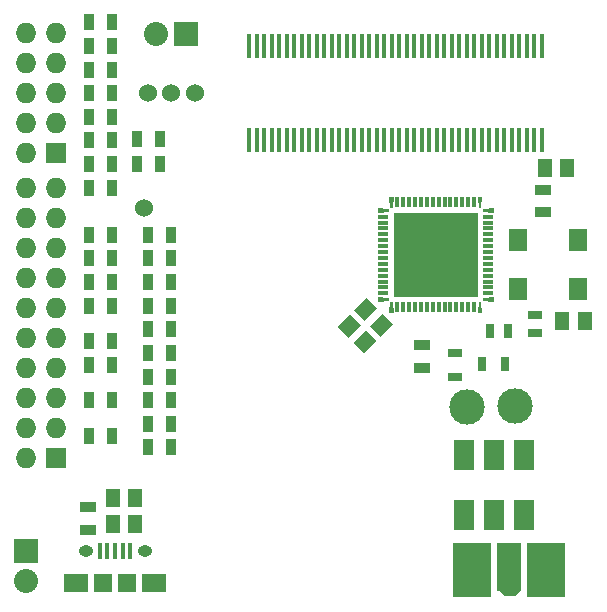
<source format=gts>
%FSLAX34Y34*%
G04 Gerber Fmt 3.4, Leading zero omitted, Abs format*
G04 (created by PCBNEW (2014-06-12 BZR 4942)-product) date Mon 23 Jun 2014 09:03:34 AM PDT*
%MOIN*%
G01*
G70*
G90*
G04 APERTURE LIST*
%ADD10C,0.003937*%
%ADD11R,0.068000X0.068000*%
%ADD12O,0.068000X0.068000*%
%ADD13R,0.065000X0.100000*%
%ADD14R,0.012000X0.036000*%
%ADD15R,0.036000X0.012000*%
%ADD16R,0.285000X0.285000*%
%ADD17R,0.047200X0.031500*%
%ADD18R,0.051200X0.059000*%
%ADD19R,0.015748X0.078740*%
%ADD20R,0.015748X0.053150*%
%ADD21O,0.049213X0.037402*%
%ADD22R,0.059055X0.061024*%
%ADD23R,0.035000X0.055000*%
%ADD24R,0.055000X0.035000*%
%ADD25R,0.130000X0.180000*%
%ADD26R,0.078700X0.160300*%
%ADD27R,0.080000X0.080000*%
%ADD28O,0.080000X0.080000*%
%ADD29C,0.060000*%
%ADD30R,0.031500X0.047200*%
%ADD31R,0.061024X0.076772*%
%ADD32C,0.118100*%
%ADD33R,0.025000X0.045000*%
%ADD34R,0.045000X0.025000*%
G04 APERTURE END LIST*
G54D10*
G54D11*
X50893Y-28712D03*
G54D12*
X49893Y-28712D03*
X50893Y-27712D03*
X49893Y-27712D03*
X50893Y-26712D03*
X49893Y-26712D03*
X50893Y-25712D03*
X49893Y-25712D03*
X50893Y-24712D03*
X49893Y-24712D03*
X50893Y-23712D03*
X49893Y-23712D03*
X50893Y-22712D03*
X49893Y-22712D03*
X50893Y-21712D03*
X49893Y-21712D03*
X50893Y-20712D03*
X49893Y-20712D03*
X50893Y-19712D03*
X49893Y-19712D03*
G54D13*
X64488Y-30602D03*
X65488Y-30602D03*
X66488Y-30602D03*
X66488Y-28602D03*
X65488Y-28602D03*
X64488Y-28602D03*
G54D10*
G36*
X65099Y-19999D02*
X65067Y-20359D01*
X64979Y-20359D01*
X64947Y-19999D01*
X65099Y-19999D01*
X65099Y-19999D01*
G37*
G54D14*
X64823Y-20179D03*
X64623Y-20179D03*
X64433Y-20179D03*
X64233Y-20179D03*
X64033Y-20179D03*
X63843Y-20179D03*
X63643Y-20179D03*
X63443Y-20179D03*
X63243Y-20179D03*
X63053Y-20179D03*
X62853Y-20179D03*
X62653Y-20179D03*
X62463Y-20179D03*
X62263Y-20179D03*
G54D10*
G36*
X62139Y-19999D02*
X62107Y-20359D01*
X62019Y-20359D01*
X61987Y-19999D01*
X62139Y-19999D01*
X62139Y-19999D01*
G37*
G36*
X61613Y-20373D02*
X61973Y-20404D01*
X61973Y-20493D01*
X61613Y-20524D01*
X61613Y-20373D01*
X61613Y-20373D01*
G37*
G54D15*
X61793Y-20649D03*
X61793Y-20849D03*
X61793Y-21039D03*
X61793Y-21239D03*
X61793Y-21439D03*
X61793Y-21629D03*
X61793Y-21829D03*
X61793Y-22029D03*
X61793Y-22229D03*
X61793Y-22419D03*
X61793Y-22619D03*
X61793Y-22819D03*
X61793Y-23009D03*
X61793Y-23209D03*
G54D10*
G36*
X61613Y-23333D02*
X61973Y-23364D01*
X61973Y-23453D01*
X61613Y-23484D01*
X61613Y-23333D01*
X61613Y-23333D01*
G37*
G36*
X61987Y-23859D02*
X62019Y-23499D01*
X62107Y-23499D01*
X62139Y-23859D01*
X61987Y-23859D01*
X61987Y-23859D01*
G37*
G54D14*
X62263Y-23679D03*
X62463Y-23679D03*
X62653Y-23679D03*
X62853Y-23679D03*
X63053Y-23679D03*
X63243Y-23679D03*
X63443Y-23679D03*
X63643Y-23679D03*
X63843Y-23679D03*
X64033Y-23679D03*
X64233Y-23679D03*
X64433Y-23679D03*
X64623Y-23679D03*
X64823Y-23679D03*
G54D10*
G36*
X64947Y-23859D02*
X64979Y-23499D01*
X65067Y-23499D01*
X65099Y-23859D01*
X64947Y-23859D01*
X64947Y-23859D01*
G37*
G36*
X65473Y-23482D02*
X65113Y-23455D01*
X65113Y-23362D01*
X65473Y-23335D01*
X65473Y-23482D01*
X65473Y-23482D01*
G37*
G54D15*
X65293Y-23209D03*
X65293Y-23009D03*
X65293Y-22819D03*
X65293Y-22619D03*
X65293Y-22419D03*
X65293Y-22229D03*
X65293Y-22029D03*
X65293Y-21829D03*
X65293Y-21629D03*
X65293Y-21439D03*
X65293Y-21239D03*
X65293Y-21039D03*
X65293Y-20849D03*
X65293Y-20649D03*
G54D10*
G36*
X65473Y-20524D02*
X65113Y-20493D01*
X65113Y-20404D01*
X65473Y-20373D01*
X65473Y-20524D01*
X65473Y-20524D01*
G37*
G54D16*
X63543Y-21929D03*
G54D17*
X64200Y-25994D03*
X64200Y-25206D03*
G54D10*
G36*
X61351Y-24298D02*
X61769Y-23881D01*
X62131Y-24243D01*
X61713Y-24660D01*
X61351Y-24298D01*
X61351Y-24298D01*
G37*
G36*
X60821Y-23768D02*
X61238Y-23351D01*
X61600Y-23713D01*
X61183Y-24130D01*
X60821Y-23768D01*
X60821Y-23768D01*
G37*
G36*
X60800Y-24849D02*
X61217Y-24432D01*
X61579Y-24794D01*
X61162Y-25211D01*
X60800Y-24849D01*
X60800Y-24849D01*
G37*
G36*
X60270Y-24319D02*
X60687Y-23902D01*
X61049Y-24264D01*
X60632Y-24681D01*
X60270Y-24319D01*
X60270Y-24319D01*
G37*
G54D18*
X52774Y-30019D03*
X53524Y-30019D03*
X52774Y-30905D03*
X53524Y-30905D03*
G54D19*
X67079Y-14960D03*
X67079Y-18110D03*
X66829Y-14960D03*
X66829Y-18110D03*
X66579Y-14960D03*
X66579Y-18110D03*
X66329Y-14960D03*
X66329Y-18110D03*
X66079Y-14960D03*
X66079Y-18110D03*
X65829Y-14960D03*
X65829Y-18110D03*
X65579Y-14960D03*
X65579Y-18110D03*
X65329Y-14960D03*
X65329Y-18110D03*
X65079Y-14960D03*
X65079Y-18110D03*
X64829Y-14960D03*
X64829Y-18110D03*
X64579Y-14960D03*
X64579Y-18110D03*
X64329Y-14960D03*
X64329Y-18110D03*
X64079Y-14960D03*
X64079Y-18110D03*
X63829Y-14960D03*
X63829Y-18110D03*
X63579Y-14960D03*
X63579Y-18110D03*
X63329Y-14960D03*
X63329Y-18110D03*
X63079Y-14960D03*
X63079Y-18110D03*
X62829Y-14960D03*
X62829Y-18110D03*
X62579Y-14960D03*
X62579Y-18110D03*
X62329Y-14960D03*
X62329Y-18110D03*
X62079Y-14960D03*
X62079Y-18110D03*
X61829Y-14960D03*
X61829Y-18110D03*
X61579Y-14960D03*
X61579Y-18110D03*
X61329Y-14960D03*
X61329Y-18110D03*
X61079Y-14960D03*
X61079Y-18110D03*
X60829Y-14960D03*
X60829Y-18110D03*
X60579Y-14960D03*
X60579Y-18110D03*
X60329Y-14960D03*
X60329Y-18110D03*
X60079Y-14960D03*
X60079Y-18110D03*
X59829Y-14960D03*
X59829Y-18110D03*
X59579Y-14960D03*
X59579Y-18110D03*
X59329Y-14960D03*
X59329Y-18110D03*
X59079Y-14960D03*
X59079Y-18110D03*
X58829Y-14960D03*
X58829Y-18110D03*
X58579Y-14960D03*
X58579Y-18110D03*
X58329Y-14960D03*
X58329Y-18110D03*
X58079Y-14960D03*
X58079Y-18110D03*
X57829Y-14960D03*
X57829Y-18110D03*
X57579Y-14960D03*
X57579Y-18110D03*
X57329Y-14960D03*
X57329Y-18110D03*
G54D20*
X52854Y-31791D03*
X52598Y-31791D03*
X52342Y-31791D03*
X53110Y-31791D03*
X53366Y-31791D03*
G54D21*
X51870Y-31791D03*
X53838Y-31791D03*
G54D10*
G36*
X51948Y-32549D02*
X51948Y-33159D01*
X51161Y-33159D01*
X51161Y-32549D01*
X51948Y-32549D01*
X51948Y-32549D01*
G37*
G54D22*
X52460Y-32854D03*
X53248Y-32854D03*
G54D10*
G36*
X54547Y-32549D02*
X54547Y-33159D01*
X53759Y-33159D01*
X53759Y-32549D01*
X54547Y-32549D01*
X54547Y-32549D01*
G37*
G54D23*
X52737Y-18110D03*
X51987Y-18110D03*
X52737Y-18897D03*
X51987Y-18897D03*
X52737Y-15748D03*
X51987Y-15748D03*
X52737Y-17322D03*
X51987Y-17322D03*
X54351Y-18070D03*
X53601Y-18070D03*
X54351Y-18897D03*
X53601Y-18897D03*
X51987Y-14960D03*
X52737Y-14960D03*
X52737Y-16535D03*
X51987Y-16535D03*
X52737Y-14173D03*
X51987Y-14173D03*
G54D24*
X51968Y-30333D03*
X51968Y-31083D03*
G54D11*
X50893Y-18535D03*
G54D12*
X49893Y-18535D03*
X50893Y-17535D03*
X49893Y-17535D03*
X50893Y-16535D03*
X49893Y-16535D03*
X50893Y-15535D03*
X49893Y-15535D03*
X50893Y-14535D03*
X49893Y-14535D03*
G54D25*
X67230Y-32444D03*
G54D10*
G36*
X65622Y-33107D02*
X66409Y-33107D01*
X66173Y-33304D01*
X65858Y-33304D01*
X65622Y-33107D01*
X65622Y-33107D01*
G37*
G54D25*
X64738Y-32444D03*
G54D26*
X65984Y-32344D03*
G54D25*
X67230Y-32444D03*
X64738Y-32444D03*
G54D27*
X49901Y-31783D03*
G54D28*
X49901Y-32783D03*
G54D29*
X53805Y-20370D03*
G54D30*
X65866Y-25551D03*
X65078Y-25551D03*
G54D31*
X66283Y-23070D03*
X68283Y-23070D03*
X68283Y-21417D03*
X66283Y-21417D03*
G54D27*
X55224Y-14566D03*
G54D28*
X54224Y-14566D03*
G54D23*
X52737Y-27952D03*
X51987Y-27952D03*
X52737Y-26771D03*
X51987Y-26771D03*
X52737Y-25590D03*
X51987Y-25590D03*
X52737Y-24803D03*
X51987Y-24803D03*
X52737Y-23622D03*
X51987Y-23622D03*
X52737Y-22834D03*
X51987Y-22834D03*
X52737Y-22047D03*
X51987Y-22047D03*
X52737Y-21259D03*
X51987Y-21259D03*
X52737Y-19685D03*
X51987Y-19685D03*
X53955Y-28346D03*
X54705Y-28346D03*
X53955Y-27559D03*
X54705Y-27559D03*
X53955Y-26771D03*
X54705Y-26771D03*
X53955Y-25984D03*
X54705Y-25984D03*
X53955Y-25196D03*
X54705Y-25196D03*
X53955Y-24409D03*
X54705Y-24409D03*
X53955Y-23622D03*
X54705Y-23622D03*
X53955Y-22834D03*
X54705Y-22834D03*
X53955Y-22047D03*
X54705Y-22047D03*
X53955Y-21259D03*
X54705Y-21259D03*
G54D29*
X53937Y-16535D03*
X54724Y-16535D03*
X55511Y-16535D03*
G54D32*
X66181Y-26958D03*
X64600Y-27000D03*
G54D18*
X67934Y-19045D03*
X67184Y-19045D03*
X68514Y-24143D03*
X67764Y-24143D03*
G54D24*
X67135Y-20512D03*
X67135Y-19762D03*
X63098Y-25686D03*
X63098Y-24936D03*
G54D33*
X65939Y-24478D03*
X65339Y-24478D03*
G54D34*
X66860Y-24542D03*
X66860Y-23942D03*
M02*

</source>
